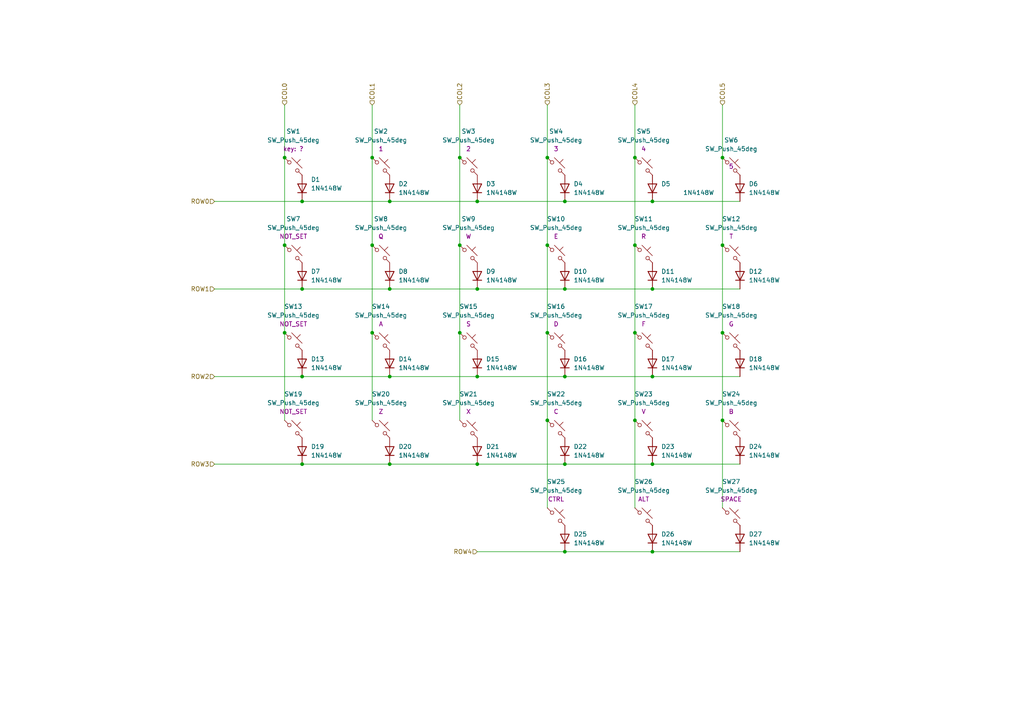
<source format=kicad_sch>
(kicad_sch (version 20230121) (generator eeschema)
  (paper "A4")
  (lib_symbols
    (symbol "Device:D" (pin_numbers hide) (pin_names (offset 1.016) hide)
      (property "Reference" "D" (at 0 2.54 0))
      (property "Value" "D" (at 0 -2.54 0))
      (symbol "D_0_1"
        (polyline (pts (xy -1.27 1.27) (xy -1.27 -1.27)) (stroke (width 0.254)))
        (polyline (pts (xy 1.27 0) (xy -1.27 0)))
        (polyline (pts (xy 1.27 1.27) (xy 1.27 -1.27) (xy -1.27 0) (xy 1.27 1.27)) (stroke (width 0.254)))
      )
      (symbol "D_1_1"
        (pin passive line (at -3.81 0 0) (length 2.54) (name "K") (number "1"))
        (pin passive line (at 3.81 0 180) (length 2.54) (name "A") (number "2"))
      )
    )
    (symbol "Switch:SW_Push_45deg" (pin_numbers hide) (pin_names (offset 1.016) hide)
      (property "Reference" "SW" (at 3.048 1.016 0))
      (property "Value" "SW_Push_45deg" (at 0 -3.81 0))
      (symbol "SW_Push_45deg_0_1"
        (circle (center -1.1684 1.1684) (radius 0.508))
        (polyline (pts (xy -0.508 2.54) (xy 2.54 -0.508)))
        (polyline (pts (xy 1.016 1.016) (xy 2.032 2.032)))
        (polyline (pts (xy -2.54 2.54) (xy -1.524 1.524) (xy -1.524 1.524)))
        (polyline (pts (xy 1.524 -1.524) (xy 2.54 -2.54) (xy 2.54 -2.54) (xy 2.54 -2.54)))
        (circle (center 1.143 -1.1938) (radius 0.508))
        (pin passive line (at -2.54 2.54 0) (length 0) (name "1") (number "1"))
        (pin passive line (at 2.54 -2.54 180) (length 0) (name "2") (number "2"))
      )
    )
  )
  (junction (at 113.03 134.62))
  (junction (at 133.35 71.12))
  (junction (at 87.63 58.42))
  (junction (at 138.43 58.42))
  (junction (at 138.43 83.82))
  (junction (at 158.75 121.92))
  (junction (at 107.95 71.12))
  (junction (at 133.35 96.52))
  (junction (at 163.83 58.42))
  (junction (at 87.63 109.22))
  (junction (at 82.55 71.12))
  (junction (at 107.95 96.52))
  (junction (at 189.23 134.62))
  (junction (at 184.15 96.52))
  (junction (at 163.83 109.22))
  (junction (at 113.03 83.82))
  (junction (at 163.83 83.82))
  (junction (at 209.55 96.52))
  (junction (at 87.63 83.82))
  (junction (at 163.83 160.02))
  (junction (at 158.75 96.52))
  (junction (at 189.23 83.82))
  (junction (at 163.83 134.62))
  (junction (at 209.55 121.92))
  (junction (at 113.03 58.42))
  (junction (at 184.15 121.92))
  (junction (at 158.75 45.72))
  (junction (at 158.75 71.12))
  (junction (at 87.63 134.62))
  (junction (at 209.55 71.12))
  (junction (at 189.23 160.02))
  (junction (at 189.23 109.22))
  (junction (at 189.23 58.42))
  (junction (at 184.15 71.12))
  (junction (at 133.35 45.72))
  (junction (at 138.43 134.62))
  (junction (at 82.55 45.72))
  (junction (at 107.95 45.72))
  (junction (at 138.43 109.22))
  (junction (at 184.15 45.72))
  (junction (at 82.55 96.52))
  (junction (at 209.55 45.72))
  (junction (at 113.03 109.22))
  (wire (pts (xy 113.03 83.82) (xy 138.43 83.82)))
  (wire (pts (xy 87.63 83.82) (xy 113.03 83.82)))
  (wire (pts (xy 158.75 30.48) (xy 158.75 45.72)))
  (wire (pts (xy 138.43 83.82) (xy 163.83 83.82)))
  (wire (pts (xy 113.03 134.62) (xy 138.43 134.62)))
  (wire (pts (xy 209.55 71.12) (xy 209.55 96.52)))
  (wire (pts (xy 107.95 45.72) (xy 107.95 71.12)))
  (wire (pts (xy 82.55 96.52) (xy 82.55 121.92)))
  (wire (pts (xy 113.03 58.42) (xy 138.43 58.42)))
  (wire (pts (xy 107.95 30.48) (xy 107.95 45.72)))
  (wire (pts (xy 82.55 45.72) (xy 82.55 71.12)))
  (wire (pts (xy 62.23 109.22) (xy 87.63 109.22)))
  (wire (pts (xy 184.15 121.92) (xy 184.15 147.32)))
  (wire (pts (xy 163.83 134.62) (xy 189.23 134.62)))
  (wire (pts (xy 163.83 109.22) (xy 189.23 109.22)))
  (wire (pts (xy 209.55 30.48) (xy 209.55 45.72)))
  (wire (pts (xy 184.15 30.48) (xy 184.15 45.72)))
  (wire (pts (xy 189.23 58.42) (xy 214.63 58.42)))
  (wire (pts (xy 189.23 109.22) (xy 214.63 109.22)))
  (wire (pts (xy 209.55 45.72) (xy 209.55 71.12)))
  (wire (pts (xy 189.23 134.62) (xy 214.63 134.62)))
  (wire (pts (xy 62.23 58.42) (xy 87.63 58.42)))
  (wire (pts (xy 107.95 71.12) (xy 107.95 96.52)))
  (wire (pts (xy 184.15 96.52) (xy 184.15 121.92)))
  (wire (pts (xy 133.35 45.72) (xy 133.35 71.12)))
  (wire (pts (xy 87.63 134.62) (xy 113.03 134.62)))
  (wire (pts (xy 184.15 45.72) (xy 184.15 71.12)))
  (wire (pts (xy 138.43 109.22) (xy 163.83 109.22)))
  (wire (pts (xy 113.03 109.22) (xy 138.43 109.22)))
  (wire (pts (xy 158.75 96.52) (xy 158.75 121.92)))
  (wire (pts (xy 209.55 96.52) (xy 209.55 121.92)))
  (wire (pts (xy 158.75 71.12) (xy 158.75 96.52)))
  (wire (pts (xy 82.55 71.12) (xy 82.55 96.52)))
  (wire (pts (xy 133.35 71.12) (xy 133.35 96.52)))
  (wire (pts (xy 163.83 58.42) (xy 189.23 58.42)))
  (wire (pts (xy 184.15 71.12) (xy 184.15 96.52)))
  (wire (pts (xy 209.55 121.92) (xy 209.55 147.32)))
  (wire (pts (xy 138.43 58.42) (xy 163.83 58.42)))
  (wire (pts (xy 189.23 83.82) (xy 214.63 83.82)))
  (wire (pts (xy 138.43 134.62) (xy 163.83 134.62)))
  (wire (pts (xy 163.83 160.02) (xy 189.23 160.02)))
  (wire (pts (xy 107.95 96.52) (xy 107.95 121.92)))
  (wire (pts (xy 163.83 83.82) (xy 189.23 83.82)))
  (wire (pts (xy 158.75 121.92) (xy 158.75 147.32)))
  (wire (pts (xy 133.35 96.52) (xy 133.35 121.92)))
  (wire (pts (xy 189.23 160.02) (xy 214.63 160.02)))
  (wire (pts (xy 62.23 134.62) (xy 87.63 134.62)))
  (wire (pts (xy 87.63 109.22) (xy 113.03 109.22)))
  (wire (pts (xy 62.23 83.82) (xy 87.63 83.82)))
  (wire (pts (xy 87.63 58.42) (xy 113.03 58.42)))
  (wire (pts (xy 138.43 160.02) (xy 163.83 160.02)))
  (wire (pts (xy 158.75 45.72) (xy 158.75 71.12)))
  (wire (pts (xy 82.55 30.48) (xy 82.55 45.72)))
  (wire (pts (xy 133.35 30.48) (xy 133.35 45.72)))
  (hierarchical_label "ROW0" (shape input) (at 62.23 58.42 180))
  (hierarchical_label "COL2" (shape input) (at 133.35 30.48 90))
  (hierarchical_label "ROW2" (shape input) (at 62.23 109.22 180))
  (hierarchical_label "COL0" (shape input) (at 82.55 30.48 90))
  (hierarchical_label "ROW1" (shape input) (at 62.23 83.82 180))
  (hierarchical_label "ROW4" (shape input) (at 138.43 160.02 180))
  (hierarchical_label "COL5" (shape input) (at 209.55 30.48 90))
  (hierarchical_label "COL1" (shape input) (at 107.95 30.48 90))
  (hierarchical_label "ROW3" (shape input) (at 62.23 134.62 180))
  (hierarchical_label "COL3" (shape input) (at 158.75 30.48 90))
  (hierarchical_label "COL4" (shape input) (at 184.15 30.48 90))
  (symbol (lib_id "Switch:SW_Push_45deg") (at 161.29 73.66 0) (unit 1)
    (property "Reference" "SW10" (at 161.29 63.5 0))
    (property "Value" "SW_Push_45deg" (at 161.29 66.04 0))
    (property "Footprint" "ScottoKeebs_MX:MX_PCB_1.00u" (effects hide))
    (property "key" "E" (at 161.29 68.58 0))
  )
  (symbol (lib_id "Device:D") (at 214.63 156.21 90) (unit 1)
    (property "Reference" "D27" (at 217.17 154.94 90) (effects (justify right)))
    (property "Value" "1N4148W" (at 217.17 157.48 90) (effects (justify right)))
    (property "Footprint" "Diode_SMD:D_SOD-123" (effects hide))
    (property "Datasheet" "https://www.elfadistrelec.fi/fi/piensignaalidiodi-150ma-100v-sod-123f-diotec-1n4148w/p/17000727?itemList=cart" (effects hide))
    (property "Sim.Device" "D" (effects hide))
    (property "Sim.Pins" "1=K 2=A" (effects hide))
    (property "partno" "1N4148W" (effects hide))
  )
  (symbol (lib_id "Device:D") (at 214.63 105.41 90) (unit 1)
    (property "Reference" "D18" (at 217.17 104.14 90) (effects (justify right)))
    (property "Value" "1N4148W" (at 217.17 106.68 90) (effects (justify right)))
    (property "Footprint" "Diode_SMD:D_SOD-123" (effects hide))
    (property "Datasheet" "https://www.elfadistrelec.fi/fi/piensignaalidiodi-150ma-100v-sod-123f-diotec-1n4148w/p/17000727?itemList=cart" (effects hide))
    (property "Sim.Device" "D" (effects hide))
    (property "Sim.Pins" "1=K 2=A" (effects hide))
    (property "partno" "1N4148W" (effects hide))
  )
  (symbol (lib_id "Switch:SW_Push_45deg") (at 212.09 124.46 0) (unit 1)
    (property "Reference" "SW24" (at 212.09 114.3 0))
    (property "Value" "SW_Push_45deg" (at 212.09 116.84 0))
    (property "Footprint" "ScottoKeebs_MX:MX_PCB_1.00u" (effects hide))
    (property "key" "B" (at 212.09 119.38 0))
  )
  (symbol (lib_id "Switch:SW_Push_45deg") (at 85.09 73.66 0) (unit 1)
    (property "Reference" "SW7" (at 85.09 63.5 0))
    (property "Value" "SW_Push_45deg" (at 85.09 66.04 0))
    (property "Footprint" "ScottoKeebs_MX:MX_PCB_1.00u" (effects hide))
    (property "key" "NOT_SET" (at 85.09 68.58 0))
  )
  (symbol (lib_id "Switch:SW_Push_45deg") (at 161.29 149.86 0) (unit 1)
    (property "Reference" "SW25" (at 161.29 139.7 0))
    (property "Value" "SW_Push_45deg" (at 161.29 142.24 0))
    (property "Footprint" "ScottoKeebs_MX:MX_PCB_1.00u" (effects hide))
    (property "key" "CTRL" (at 161.29 144.78 0))
  )
  (symbol (lib_id "Device:D") (at 138.43 105.41 90) (unit 1)
    (property "Reference" "D15" (at 140.97 104.14 90) (effects (justify right)))
    (property "Value" "1N4148W" (at 140.97 106.68 90) (effects (justify right)))
    (property "Footprint" "Diode_SMD:D_SOD-123" (effects hide))
    (property "Datasheet" "https://www.elfadistrelec.fi/fi/piensignaalidiodi-150ma-100v-sod-123f-diotec-1n4148w/p/17000727?itemList=cart" (effects hide))
    (property "Sim.Device" "D" (effects hide))
    (property "Sim.Pins" "1=K 2=A" (effects hide))
    (property "partno" "1N4148W" (effects hide))
  )
  (symbol (lib_id "Switch:SW_Push_45deg") (at 186.69 124.46 0) (unit 1)
    (property "Reference" "SW23" (at 186.69 114.3 0))
    (property "Value" "SW_Push_45deg" (at 186.69 116.84 0))
    (property "Footprint" "ScottoKeebs_MX:MX_PCB_1.00u" (effects hide))
    (property "key" "V" (at 186.69 119.38 0))
  )
  (symbol (lib_id "Device:D") (at 113.03 54.61 90) (unit 1)
    (property "Reference" "D2" (at 115.57 53.34 90) (effects (justify right)))
    (property "Value" "1N4148W" (at 115.57 55.88 90) (effects (justify right)))
    (property "Footprint" "Diode_SMD:D_SOD-123" (effects hide))
    (property "Datasheet" "https://www.elfadistrelec.fi/fi/piensignaalidiodi-150ma-100v-sod-123f-diotec-1n4148w/p/17000727?itemList=cart" (effects hide))
    (property "Sim.Device" "D" (effects hide))
    (property "Sim.Pins" "1=K 2=A" (effects hide))
    (property "partno" "1N4148W" (effects hide))
  )
  (symbol (lib_id "Switch:SW_Push_45deg") (at 110.49 48.26 0) (unit 1)
    (property "Reference" "SW2" (at 110.49 38.1 0))
    (property "Value" "SW_Push_45deg" (at 110.49 40.64 0))
    (property "Footprint" "ScottoKeebs_MX:MX_PCB_1.00u" (effects hide))
    (property "key" "1" (at 110.49 43.18 0))
  )
  (symbol (lib_id "Switch:SW_Push_45deg") (at 85.09 48.26 0) (unit 1)
    (property "Reference" "SW1" (at 85.09 38.1 0))
    (property "Value" "SW_Push_45deg" (at 85.09 40.64 0))
    (property "Footprint" "ScottoKeebs_MX:MX_PCB_1.00u" (effects hide))
    (property "key" "?" (at 85.09 43.18 0) (show_name))
  )
  (symbol (lib_id "Device:D") (at 189.23 156.21 90) (unit 1)
    (property "Reference" "D26" (at 191.77 154.94 90) (effects (justify right)))
    (property "Value" "1N4148W" (at 191.77 157.48 90) (effects (justify right)))
    (property "Footprint" "Diode_SMD:D_SOD-123" (effects hide))
    (property "Datasheet" "https://www.elfadistrelec.fi/fi/piensignaalidiodi-150ma-100v-sod-123f-diotec-1n4148w/p/17000727?itemList=cart" (effects hide))
    (property "Sim.Device" "D" (effects hide))
    (property "Sim.Pins" "1=K 2=A" (effects hide))
    (property "partno" "1N4148W" (effects hide))
  )
  (symbol (lib_id "Device:D") (at 189.23 105.41 90) (unit 1)
    (property "Reference" "D17" (at 191.77 104.14 90) (effects (justify right)))
    (property "Value" "1N4148W" (at 191.77 106.68 90) (effects (justify right)))
    (property "Footprint" "Diode_SMD:D_SOD-123" (effects hide))
    (property "Datasheet" "https://www.elfadistrelec.fi/fi/piensignaalidiodi-150ma-100v-sod-123f-diotec-1n4148w/p/17000727?itemList=cart" (effects hide))
    (property "Sim.Device" "D" (effects hide))
    (property "Sim.Pins" "1=K 2=A" (effects hide))
    (property "partno" "1N4148W" (effects hide))
  )
  (symbol (lib_id "Device:D") (at 189.23 54.61 90) (unit 1)
    (property "Reference" "D5" (at 191.77 53.34 90) (effects (justify right)))
    (property "Value" "1N4148W" (at 198.12 55.88 90) (effects (justify right)))
    (property "Footprint" "Diode_SMD:D_SOD-123" (effects hide))
    (property "Datasheet" "https://www.elfadistrelec.fi/fi/piensignaalidiodi-150ma-100v-sod-123f-diotec-1n4148w/p/17000727?itemList=cart" (effects hide))
    (property "Sim.Device" "D" (effects hide))
    (property "Sim.Pins" "1=K 2=A" (effects hide))
    (property "partno" "1N4148W" (effects hide))
  )
  (symbol (lib_id "Device:D") (at 138.43 130.81 90) (unit 1)
    (property "Reference" "D21" (at 140.97 129.54 90) (effects (justify right)))
    (property "Value" "1N4148W" (at 140.97 132.08 90) (effects (justify right)))
    (property "Footprint" "Diode_SMD:D_SOD-123" (effects hide))
    (property "Datasheet" "https://www.elfadistrelec.fi/fi/piensignaalidiodi-150ma-100v-sod-123f-diotec-1n4148w/p/17000727?itemList=cart" (effects hide))
    (property "Sim.Device" "D" (effects hide))
    (property "Sim.Pins" "1=K 2=A" (effects hide))
    (property "partno" "1N4148W" (effects hide))
  )
  (symbol (lib_id "Switch:SW_Push_45deg") (at 110.49 99.06 0) (unit 1)
    (property "Reference" "SW14" (at 110.49 88.9 0))
    (property "Value" "SW_Push_45deg" (at 110.49 91.44 0))
    (property "Footprint" "ScottoKeebs_MX:MX_PCB_1.00u" (effects hide))
    (property "key" "A" (at 110.49 93.98 0))
  )
  (symbol (lib_id "Switch:SW_Push_45deg") (at 212.09 73.66 0) (unit 1)
    (property "Reference" "SW12" (at 212.09 63.5 0))
    (property "Value" "SW_Push_45deg" (at 212.09 66.04 0))
    (property "Footprint" "ScottoKeebs_MX:MX_PCB_1.00u" (effects hide))
    (property "key" "T" (at 212.09 68.58 0))
  )
  (symbol (lib_id "Switch:SW_Push_45deg") (at 212.09 149.86 0) (unit 1)
    (property "Reference" "SW27" (at 212.09 139.7 0))
    (property "Value" "SW_Push_45deg" (at 212.09 142.24 0))
    (property "Footprint" "ScottoKeebs_MX:MX_PCB_1.00u" (effects hide))
    (property "key" "SPACE" (at 212.09 144.78 0))
  )
  (symbol (lib_id "Switch:SW_Push_45deg") (at 186.69 73.66 0) (unit 1)
    (property "Reference" "SW11" (at 186.69 63.5 0))
    (property "Value" "SW_Push_45deg" (at 186.69 66.04 0))
    (property "Footprint" "ScottoKeebs_MX:MX_PCB_1.00u" (effects hide))
    (property "key" "R" (at 186.69 68.58 0))
  )
  (symbol (lib_id "Device:D") (at 87.63 130.81 90) (unit 1)
    (property "Reference" "D19" (at 90.17 129.54 90) (effects (justify right)))
    (property "Value" "1N4148W" (at 90.17 132.08 90) (effects (justify right)))
    (property "Footprint" "Diode_SMD:D_SOD-123" (effects hide))
    (property "Datasheet" "https://www.elfadistrelec.fi/fi/piensignaalidiodi-150ma-100v-sod-123f-diotec-1n4148w/p/17000727?itemList=cart" (effects hide))
    (property "Sim.Device" "D" (effects hide))
    (property "Sim.Pins" "1=K 2=A" (effects hide))
    (property "partno" "1N4148W" (effects hide))
  )
  (symbol (lib_id "Switch:SW_Push_45deg") (at 186.69 48.26 0) (unit 1)
    (property "Reference" "SW5" (at 186.69 38.1 0))
    (property "Value" "SW_Push_45deg" (at 186.69 40.64 0))
    (property "Footprint" "ScottoKeebs_MX:MX_PCB_1.00u" (effects hide))
    (property "key" "4" (at 186.69 43.18 0))
  )
  (symbol (lib_id "Switch:SW_Push_45deg") (at 110.49 124.46 0) (unit 1)
    (property "Reference" "SW20" (at 110.49 114.3 0))
    (property "Value" "SW_Push_45deg" (at 110.49 116.84 0))
    (property "Footprint" "ScottoKeebs_MX:MX_PCB_1.00u" (effects hide))
    (property "key" "Z" (at 110.49 119.38 0))
  )
  (symbol (lib_id "Device:D") (at 214.63 130.81 90) (unit 1)
    (property "Reference" "D24" (at 217.17 129.54 90) (effects (justify right)))
    (property "Value" "1N4148W" (at 217.17 132.08 90) (effects (justify right)))
    (property "Footprint" "Diode_SMD:D_SOD-123" (effects hide))
    (property "Datasheet" "https://www.elfadistrelec.fi/fi/piensignaalidiodi-150ma-100v-sod-123f-diotec-1n4148w/p/17000727?itemList=cart" (effects hide))
    (property "Sim.Device" "D" (effects hide))
    (property "Sim.Pins" "1=K 2=A" (effects hide))
    (property "partno" "1N4148W" (effects hide))
  )
  (symbol (lib_id "Device:D") (at 87.63 54.61 90) (unit 1)
    (property "Reference" "D1" (at 90.17 52.07 90) (effects (justify right)))
    (property "Value" "1N4148W" (at 90.17 54.61 90) (effects (justify right)))
    (property "Footprint" "Diode_SMD:D_SOD-123" (effects hide))
    (property "Datasheet" "https://www.elfadistrelec.fi/fi/piensignaalidiodi-150ma-100v-sod-123f-diotec-1n4148w/p/17000727?itemList=cart" (effects hide))
    (property "Sim.Device" "D" (effects hide))
    (property "Sim.Pins" "1=K 2=A" (effects hide))
    (property "partno" "1N4148W" (effects hide))
  )
  (symbol (lib_id "Switch:SW_Push_45deg") (at 85.09 99.06 0) (unit 1)
    (property "Reference" "SW13" (at 85.09 88.9 0))
    (property "Value" "SW_Push_45deg" (at 85.09 91.44 0))
    (property "Footprint" "ScottoKeebs_MX:MX_PCB_1.00u" (effects hide))
    (property "key" "NOT_SET" (at 85.09 93.98 0))
  )
  (symbol (lib_id "Device:D") (at 163.83 156.21 90) (unit 1)
    (property "Reference" "D25" (at 166.37 154.94 90) (effects (justify right)))
    (property "Value" "1N4148W" (at 166.37 157.48 90) (effects (justify right)))
    (property "Footprint" "Diode_SMD:D_SOD-123" (effects hide))
    (property "Datasheet" "https://www.elfadistrelec.fi/fi/piensignaalidiodi-150ma-100v-sod-123f-diotec-1n4148w/p/17000727?itemList=cart" (effects hide))
    (property "Sim.Device" "D" (effects hide))
    (property "Sim.Pins" "1=K 2=A" (effects hide))
    (property "partno" "1N4148W" (effects hide))
  )
  (symbol (lib_id "Switch:SW_Push_45deg") (at 135.89 48.26 0) (unit 1)
    (property "Reference" "SW3" (at 135.89 38.1 0))
    (property "Value" "SW_Push_45deg" (at 135.89 40.64 0))
    (property "Footprint" "ScottoKeebs_MX:MX_PCB_1.00u" (effects hide))
    (property "key" "2" (at 135.89 43.18 0))
  )
  (symbol (lib_id "Device:D") (at 189.23 130.81 90) (unit 1)
    (property "Reference" "D23" (at 191.77 129.54 90) (effects (justify right)))
    (property "Value" "1N4148W" (at 191.77 132.08 90) (effects (justify right)))
    (property "Footprint" "Diode_SMD:D_SOD-123" (effects hide))
    (property "Datasheet" "https://www.elfadistrelec.fi/fi/piensignaalidiodi-150ma-100v-sod-123f-diotec-1n4148w/p/17000727?itemList=cart" (effects hide))
    (property "Sim.Device" "D" (effects hide))
    (property "Sim.Pins" "1=K 2=A" (effects hide))
    (property "partno" "1N4148W" (effects hide))
  )
  (symbol (lib_id "Device:D") (at 113.03 80.01 90) (unit 1)
    (property "Reference" "D8" (at 115.57 78.74 90) (effects (justify right)))
    (property "Value" "1N4148W" (at 115.57 81.28 90) (effects (justify right)))
    (property "Footprint" "Diode_SMD:D_SOD-123" (effects hide))
    (property "Datasheet" "https://www.elfadistrelec.fi/fi/piensignaalidiodi-150ma-100v-sod-123f-diotec-1n4148w/p/17000727?itemList=cart" (effects hide))
    (property "Sim.Device" "D" (effects hide))
    (property "Sim.Pins" "1=K 2=A" (effects hide))
    (property "partno" "1N4148W" (effects hide))
  )
  (symbol (lib_id "Device:D") (at 87.63 105.41 90) (unit 1)
    (property "Reference" "D13" (at 90.17 104.14 90) (effects (justify right)))
    (property "Value" "1N4148W" (at 90.17 106.68 90) (effects (justify right)))
    (property "Footprint" "Diode_SMD:D_SOD-123" (effects hide))
    (property "Datasheet" "https://www.elfadistrelec.fi/fi/piensignaalidiodi-150ma-100v-sod-123f-diotec-1n4148w/p/17000727?itemList=cart" (effects hide))
    (property "Sim.Device" "D" (effects hide))
    (property "Sim.Pins" "1=K 2=A" (effects hide))
    (property "partno" "1N4148W" (effects hide))
  )
  (symbol (lib_id "Switch:SW_Push_45deg") (at 110.49 73.66 0) (unit 1)
    (property "Reference" "SW8" (at 110.49 63.5 0))
    (property "Value" "SW_Push_45deg" (at 110.49 66.04 0))
    (property "Footprint" "ScottoKeebs_MX:MX_PCB_1.00u" (effects hide))
    (property "key" "Q" (at 110.49 68.58 0))
  )
  (symbol (lib_id "Device:D") (at 113.03 105.41 90) (unit 1)
    (property "Reference" "D14" (at 115.57 104.14 90) (effects (justify right)))
    (property "Value" "1N4148W" (at 115.57 106.68 90) (effects (justify right)))
    (property "Footprint" "Diode_SMD:D_SOD-123" (effects hide))
    (property "Datasheet" "https://www.elfadistrelec.fi/fi/piensignaalidiodi-150ma-100v-sod-123f-diotec-1n4148w/p/17000727?itemList=cart" (effects hide))
    (property "Sim.Device" "D" (effects hide))
    (property "Sim.Pins" "1=K 2=A" (effects hide))
    (property "partno" "1N4148W" (effects hide))
  )
  (symbol (lib_id "Switch:SW_Push_45deg") (at 161.29 124.46 0) (unit 1)
    (property "Reference" "SW22" (at 161.29 114.3 0))
    (property "Value" "SW_Push_45deg" (at 161.29 116.84 0))
    (property "Footprint" "ScottoKeebs_MX:MX_PCB_1.00u" (effects hide))
    (property "key" "C" (at 161.29 119.38 0))
  )
  (symbol (lib_id "Device:D") (at 189.23 80.01 90) (unit 1)
    (property "Reference" "D11" (at 191.77 78.74 90) (effects (justify right)))
    (property "Value" "1N4148W" (at 191.77 81.28 90) (effects (justify right)))
    (property "Footprint" "Diode_SMD:D_SOD-123" (effects hide))
    (property "Datasheet" "https://www.elfadistrelec.fi/fi/piensignaalidiodi-150ma-100v-sod-123f-diotec-1n4148w/p/17000727?itemList=cart" (effects hide))
    (property "Sim.Device" "D" (effects hide))
    (property "Sim.Pins" "1=K 2=A" (effects hide))
    (property "partno" "1N4148W" (effects hide))
  )
  (symbol (lib_id "Switch:SW_Push_45deg") (at 161.29 48.26 0) (unit 1)
    (property "Reference" "SW4" (at 161.29 38.1 0))
    (property "Value" "SW_Push_45deg" (at 161.29 40.64 0))
    (property "Footprint" "ScottoKeebs_MX:MX_PCB_1.00u" (effects hide))
    (property "key" "3" (at 161.29 43.18 0))
  )
  (symbol (lib_id "Device:D") (at 214.63 54.61 90) (unit 1)
    (property "Reference" "D6" (at 217.17 53.34 90) (effects (justify right)))
    (property "Value" "1N4148W" (at 217.17 55.88 90) (effects (justify right)))
    (property "Footprint" "Diode_SMD:D_SOD-123" (effects hide))
    (property "Datasheet" "https://www.elfadistrelec.fi/fi/piensignaalidiodi-150ma-100v-sod-123f-diotec-1n4148w/p/17000727?itemList=cart" (effects hide))
    (property "Sim.Device" "D" (effects hide))
    (property "Sim.Pins" "1=K 2=A" (effects hide))
    (property "partno" "1N4148W" (effects hide))
  )
  (symbol (lib_id "Device:D") (at 138.43 80.01 90) (unit 1)
    (property "Reference" "D9" (at 140.97 78.74 90) (effects (justify right)))
    (property "Value" "1N4148W" (at 140.97 81.28 90) (effects (justify right)))
    (property "Footprint" "Diode_SMD:D_SOD-123" (effects hide))
    (property "Datasheet" "https://www.elfadistrelec.fi/fi/piensignaalidiodi-150ma-100v-sod-123f-diotec-1n4148w/p/17000727?itemList=cart" (effects hide))
    (property "Sim.Device" "D" (effects hide))
    (property "Sim.Pins" "1=K 2=A" (effects hide))
    (property "partno" "1N4148W" (effects hide))
  )
  (symbol (lib_id "Switch:SW_Push_45deg") (at 135.89 124.46 0) (unit 1)
    (property "Reference" "SW21" (at 135.89 114.3 0))
    (property "Value" "SW_Push_45deg" (at 135.89 116.84 0))
    (property "Footprint" "ScottoKeebs_MX:MX_PCB_1.00u" (effects hide))
    (property "key" "X" (at 135.89 119.38 0))
  )
  (symbol (lib_id "Switch:SW_Push_45deg") (at 186.69 99.06 0) (unit 1)
    (property "Reference" "SW17" (at 186.69 88.9 0))
    (property "Value" "SW_Push_45deg" (at 186.69 91.44 0))
    (property "Footprint" "ScottoKeebs_MX:MX_PCB_1.00u" (effects hide))
    (property "key" "F" (at 186.69 93.98 0))
  )
  (symbol (lib_id "Device:D") (at 214.63 80.01 90) (unit 1)
    (property "Reference" "D12" (at 217.17 78.74 90) (effects (justify right)))
    (property "Value" "1N4148W" (at 217.17 81.28 90) (effects (justify right)))
    (property "Footprint" "Diode_SMD:D_SOD-123" (effects hide))
    (property "Datasheet" "https://www.elfadistrelec.fi/fi/piensignaalidiodi-150ma-100v-sod-123f-diotec-1n4148w/p/17000727?itemList=cart" (effects hide))
    (property "Sim.Device" "D" (effects hide))
    (property "Sim.Pins" "1=K 2=A" (effects hide))
    (property "partno" "1N4148W" (effects hide))
  )
  (symbol (lib_id "Switch:SW_Push_45deg") (at 186.69 149.86 0) (unit 1)
    (property "Reference" "SW26" (at 186.69 139.7 0))
    (property "Value" "SW_Push_45deg" (at 186.69 142.24 0))
    (property "Footprint" "ScottoKeebs_MX:MX_PCB_1.00u" (effects hide))
    (property "key" "ALT" (at 186.69 144.78 0))
  )
  (symbol (lib_id "Switch:SW_Push_45deg") (at 85.09 124.46 0) (unit 1)
    (property "Reference" "SW19" (at 85.09 114.3 0))
    (property "Value" "SW_Push_45deg" (at 85.09 116.84 0))
    (property "Footprint" "ScottoKeebs_MX:MX_PCB_1.00u" (effects hide))
    (property "key" "NOT_SET" (at 85.09 119.38 0))
  )
  (symbol (lib_id "Device:D") (at 163.83 130.81 90) (unit 1)
    (property "Reference" "D22" (at 166.37 129.54 90) (effects (justify right)))
    (property "Value" "1N4148W" (at 166.37 132.08 90) (effects (justify right)))
    (property "Footprint" "Diode_SMD:D_SOD-123" (effects hide))
    (property "Datasheet" "https://www.elfadistrelec.fi/fi/piensignaalidiodi-150ma-100v-sod-123f-diotec-1n4148w/p/17000727?itemList=cart" (effects hide))
    (property "Sim.Device" "D" (effects hide))
    (property "Sim.Pins" "1=K 2=A" (effects hide))
    (property "partno" "1N4148W" (effects hide))
  )
  (symbol (lib_id "Switch:SW_Push_45deg") (at 135.89 73.66 0) (unit 1)
    (property "Reference" "SW9" (at 135.89 63.5 0))
    (property "Value" "SW_Push_45deg" (at 135.89 66.04 0))
    (property "Footprint" "ScottoKeebs_MX:MX_PCB_1.00u" (effects hide))
    (property "key" "W" (at 135.89 68.58 0))
  )
  (symbol (lib_id "Device:D") (at 163.83 80.01 90) (unit 1)
    (property "Reference" "D10" (at 166.37 78.74 90) (effects (justify right)))
    (property "Value" "1N4148W" (at 166.37 81.28 90) (effects (justify right)))
    (property "Footprint" "Diode_SMD:D_SOD-123" (effects hide))
    (property "Datasheet" "https://www.elfadistrelec.fi/fi/piensignaalidiodi-150ma-100v-sod-123f-diotec-1n4148w/p/17000727?itemList=cart" (effects hide))
    (property "Sim.Device" "D" (effects hide))
    (property "Sim.Pins" "1=K 2=A" (effects hide))
    (property "partno" "1N4148W" (effects hide))
  )
  (symbol (lib_id "Switch:SW_Push_45deg") (at 212.09 99.06 0) (unit 1)
    (property "Reference" "SW18" (at 212.09 88.9 0))
    (property "Value" "SW_Push_45deg" (at 212.09 91.44 0))
    (property "Footprint" "ScottoKeebs_MX:MX_PCB_1.00u" (effects hide))
    (property "key" "G" (at 212.09 93.98 0))
  )
  (symbol (lib_id "Device:D") (at 163.83 54.61 90) (unit 1)
    (property "Reference" "D4" (at 166.37 53.34 90) (effects (justify right)))
    (property "Value" "1N4148W" (at 166.37 55.88 90) (effects (justify right)))
    (property "Footprint" "Diode_SMD:D_SOD-123" (effects hide))
    (property "Datasheet" "https://www.elfadistrelec.fi/fi/piensignaalidiodi-150ma-100v-sod-123f-diotec-1n4148w/p/17000727?itemList=cart" (effects hide))
    (property "Sim.Device" "D" (effects hide))
    (property "Sim.Pins" "1=K 2=A" (effects hide))
    (property "partno" "1N4148W" (effects hide))
  )
  (symbol (lib_id "Switch:SW_Push_45deg") (at 135.89 99.06 0) (unit 1)
    (property "Reference" "SW15" (at 135.89 88.9 0))
    (property "Value" "SW_Push_45deg" (at 135.89 91.44 0))
    (property "Footprint" "ScottoKeebs_MX:MX_PCB_1.00u" (effects hide))
    (property "key" "S" (at 135.89 93.98 0))
  )
  (symbol (lib_id "Device:D") (at 163.83 105.41 90) (unit 1)
    (property "Reference" "D16" (at 166.37 104.14 90) (effects (justify right)))
    (property "Value" "1N4148W" (at 166.37 106.68 90) (effects (justify right)))
    (property "Footprint" "Diode_SMD:D_SOD-123" (effects hide))
    (property "Datasheet" "https://www.elfadistrelec.fi/fi/piensignaalidiodi-150ma-100v-sod-123f-diotec-1n4148w/p/17000727?itemList=cart" (effects hide))
    (property "Sim.Device" "D" (effects hide))
    (property "Sim.Pins" "1=K 2=A" (effects hide))
    (property "partno" "1N4148W" (effects hide))
  )
  (symbol (lib_id "Device:D") (at 87.63 80.01 90) (unit 1)
    (property "Reference" "D7" (at 90.17 78.74 90) (effects (justify right)))
    (property "Value" "1N4148W" (at 90.17 81.28 90) (effects (justify right)))
    (property "Footprint" "Diode_SMD:D_SOD-123" (effects hide))
    (property "Datasheet" "https://www.elfadistrelec.fi/fi/piensignaalidiodi-150ma-100v-sod-123f-diotec-1n4148w/p/17000727?itemList=cart" (effects hide))
    (property "Sim.Device" "D" (effects hide))
    (property "Sim.Pins" "1=K 2=A" (effects hide))
    (property "partno" "1N4148W" (effects hide))
  )
  (symbol (lib_id "Device:D") (at 138.43 54.61 90) (unit 1)
    (property "Reference" "D3" (at 140.97 53.34 90) (effects (justify right)))
    (property "Value" "1N4148W" (at 140.97 55.88 90) (effects (justify right)))
    (property "Footprint" "Diode_SMD:D_SOD-123" (effects hide))
    (property "Datasheet" "https://www.elfadistrelec.fi/fi/piensignaalidiodi-150ma-100v-sod-123f-diotec-1n4148w/p/17000727?itemList=cart" (effects hide))
    (property "Sim.Device" "D" (effects hide))
    (property "Sim.Pins" "1=K 2=A" (effects hide))
    (property "partno" "1N4148W" (effects hide))
  )
  (symbol (lib_id "Device:D") (at 113.03 130.81 90) (unit 1)
    (property "Reference" "D20" (at 115.57 129.54 90) (effects (justify right)))
    (property "Value" "1N4148W" (at 115.57 132.08 90) (effects (justify right)))
    (property "Footprint" "Diode_SMD:D_SOD-123" (effects hide))
    (property "Datasheet" "https://www.elfadistrelec.fi/fi/piensignaalidiodi-150ma-100v-sod-123f-diotec-1n4148w/p/17000727?itemList=cart" (effects hide))
    (property "Sim.Device" "D" (effects hide))
    (property "Sim.Pins" "1=K 2=A" (effects hide))
    (property "partno" "1N4148W" (effects hide))
  )
  (symbol (lib_id "Switch:SW_Push_45deg") (at 212.09 48.26 0) (unit 1)
    (property "Reference" "SW6" (at 212.09 40.64 0))
    (property "Value" "SW_Push_45deg" (at 212.09 43.18 0))
    (property "Footprint" "ScottoKeebs_MX:MX_PCB_1.00u" (effects hide))
    (property "key" "5" (at 212.09 48.26 0))
  )
  (symbol (lib_id "Switch:SW_Push_45deg") (at 161.29 99.06 0) (unit 1)
    (property "Reference" "SW16" (at 161.29 88.9 0))
    (property "Value" "SW_Push_45deg" (at 161.29 91.44 0))
    (property "Footprint" "ScottoKeebs_MX:MX_PCB_1.00u" (effects hide))
    (property "key" "D" (at 161.29 93.98 0))
  )
)
</source>
